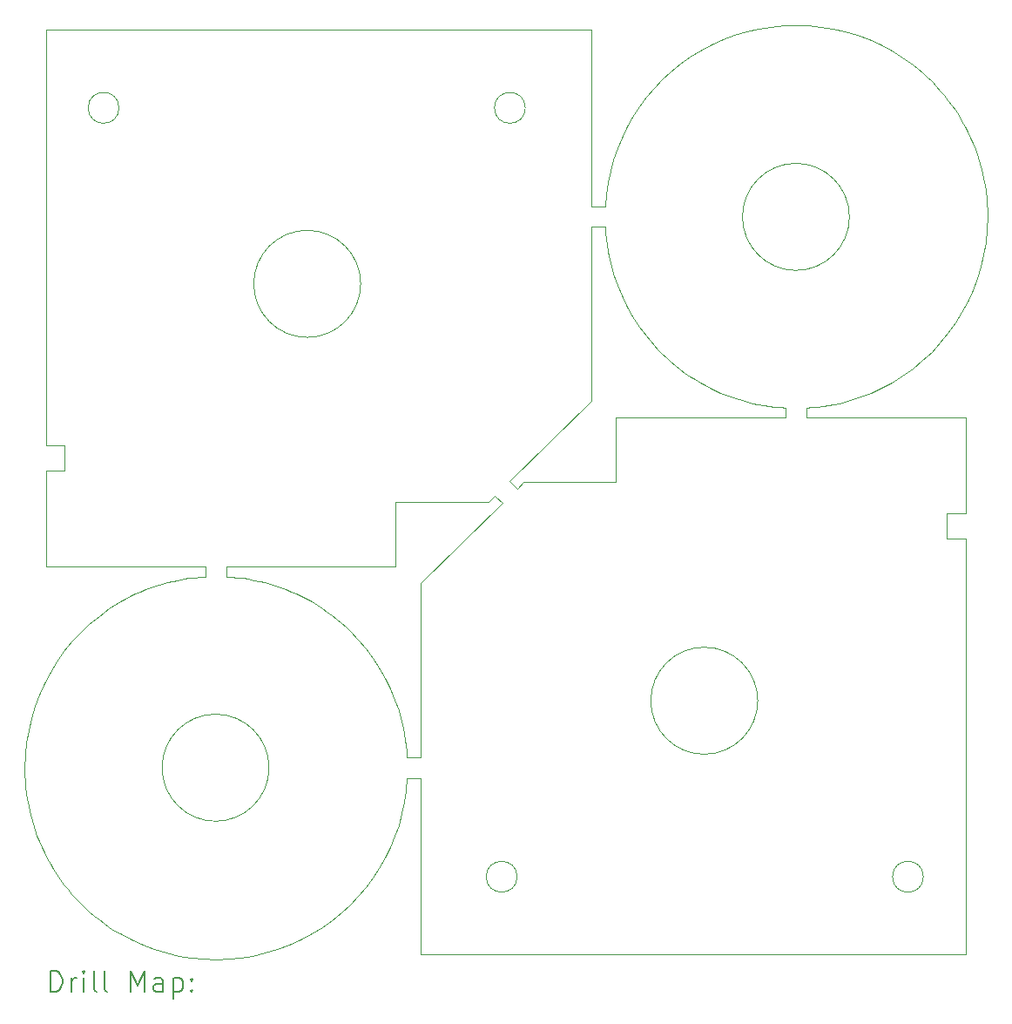
<source format=gbr>
%FSLAX45Y45*%
G04 Gerber Fmt 4.5, Leading zero omitted, Abs format (unit mm)*
G04 Created by KiCad (PCBNEW (6.0.1)) date 2022-09-01 16:14:09*
%MOMM*%
%LPD*%
G01*
G04 APERTURE LIST*
%TA.AperFunction,Profile*%
%ADD10C,0.013352*%
%TD*%
%TA.AperFunction,Profile*%
%ADD11C,0.100000*%
%TD*%
%ADD12C,0.200000*%
G04 APERTURE END LIST*
D10*
X13076883Y-7566645D02*
X13148706Y-7638467D01*
X13148706Y-7638467D02*
X13209739Y-7578462D01*
X13209739Y-7578462D02*
X14111433Y-7578462D01*
X14111433Y-7578462D02*
X14111433Y-6947686D01*
X14111433Y-6947686D02*
X15759802Y-6947686D01*
X15759802Y-6947686D02*
X15759802Y-6853939D01*
X15759802Y-6853939D02*
X15705829Y-6850289D01*
X15705829Y-6850289D02*
X15651958Y-6845084D01*
X15651958Y-6845084D02*
X15598225Y-6838326D01*
X15598225Y-6838326D02*
X15544666Y-6830014D01*
X15544666Y-6830014D02*
X15491315Y-6820148D01*
X15491315Y-6820148D02*
X15438210Y-6808727D01*
X15438210Y-6808727D02*
X15385384Y-6795752D01*
X15385384Y-6795752D02*
X15332875Y-6781223D01*
X15332875Y-6781223D02*
X15280717Y-6765139D01*
X15280717Y-6765139D02*
X15228947Y-6747500D01*
X15228947Y-6747500D02*
X15177600Y-6728306D01*
X15177600Y-6728306D02*
X15126712Y-6707557D01*
X15126712Y-6707557D02*
X15076318Y-6685252D01*
X15076318Y-6685252D02*
X15026454Y-6661392D01*
X15026454Y-6661392D02*
X14977157Y-6635976D01*
X14977157Y-6635976D02*
X14928460Y-6609005D01*
X14928460Y-6609005D02*
X14877800Y-6578499D01*
X14877800Y-6578499D02*
X14828345Y-6546553D01*
X14828345Y-6546553D02*
X14780116Y-6513202D01*
X14780116Y-6513202D02*
X14733132Y-6478481D01*
X14733132Y-6478481D02*
X14687414Y-6442428D01*
X14687414Y-6442428D02*
X14642981Y-6405078D01*
X14642981Y-6405078D02*
X14599853Y-6366466D01*
X14599853Y-6366466D02*
X14558050Y-6326629D01*
X14558050Y-6326629D02*
X14517592Y-6285602D01*
X14517592Y-6285602D02*
X14478499Y-6243422D01*
X14478499Y-6243422D02*
X14404487Y-6155742D01*
X14404487Y-6155742D02*
X14336174Y-6063878D01*
X14336174Y-6063878D02*
X14273718Y-5968116D01*
X14273718Y-5968116D02*
X14217280Y-5868743D01*
X14217280Y-5868743D02*
X14167017Y-5766045D01*
X14167017Y-5766045D02*
X14123089Y-5660310D01*
X14123089Y-5660310D02*
X14085656Y-5551824D01*
X14085656Y-5551824D02*
X14054877Y-5440874D01*
X14054877Y-5440874D02*
X14042032Y-5384565D01*
X14042032Y-5384565D02*
X14030911Y-5327747D01*
X14030911Y-5327747D02*
X14021532Y-5270457D01*
X14021532Y-5270457D02*
X14013916Y-5212730D01*
X14013916Y-5212730D02*
X14008084Y-5154602D01*
X14008084Y-5154602D02*
X14004054Y-5096109D01*
X14004054Y-5096109D02*
X13870130Y-5096109D01*
X13870130Y-5096109D02*
X13870130Y-6786804D01*
X13870130Y-6786804D02*
X13076870Y-7566632D01*
X13076870Y-7566632D02*
X13076872Y-7566634D01*
X13076872Y-7566634D02*
X13076873Y-7566635D01*
X13076873Y-7566635D02*
X13076877Y-7566639D01*
X13076877Y-7566639D02*
X13076880Y-7566642D01*
X13076880Y-7566642D02*
X13076883Y-7566645D01*
X13076883Y-7566645D02*
X13076883Y-7566645D01*
D11*
X11630000Y-5650000D02*
G75*
G03*
X11630000Y-5650000I-520000J0D01*
G01*
X10738905Y-10350686D02*
G75*
G03*
X10738905Y-10350686I-520000J0D01*
G01*
X17100000Y-11410000D02*
G75*
G03*
X17100000Y-11410000I-150000J0D01*
G01*
D10*
X13006076Y-7778680D02*
X12934254Y-7706858D01*
X12934254Y-7706858D02*
X12871084Y-7768959D01*
X12871084Y-7768959D02*
X11969376Y-7768959D01*
X11969376Y-7768959D02*
X11969376Y-8399722D01*
X11969376Y-8399722D02*
X10321021Y-8399722D01*
X10321021Y-8399722D02*
X10321021Y-8493469D01*
X10321021Y-8493469D02*
X10374994Y-8497122D01*
X10374994Y-8497122D02*
X10428864Y-8502328D01*
X10428864Y-8502328D02*
X10482597Y-8509087D01*
X10482597Y-8509087D02*
X10536157Y-8517400D01*
X10536157Y-8517400D02*
X10589507Y-8527267D01*
X10589507Y-8527267D02*
X10642612Y-8538687D01*
X10642612Y-8538687D02*
X10695437Y-8551662D01*
X10695437Y-8551662D02*
X10747946Y-8566190D01*
X10747946Y-8566190D02*
X10800103Y-8582274D01*
X10800103Y-8582274D02*
X10851872Y-8599912D01*
X10851872Y-8599912D02*
X10903218Y-8619105D01*
X10903218Y-8619105D02*
X10954105Y-8639854D01*
X10954105Y-8639854D02*
X11004497Y-8662157D01*
X11004497Y-8662157D02*
X11054359Y-8686017D01*
X11054359Y-8686017D02*
X11103655Y-8711432D01*
X11103655Y-8711432D02*
X11152349Y-8738403D01*
X11152349Y-8738403D02*
X11203020Y-8768909D01*
X11203020Y-8768909D02*
X11252507Y-8800856D01*
X11252507Y-8800856D02*
X11300787Y-8834207D01*
X11300787Y-8834207D02*
X11347841Y-8868927D01*
X11347841Y-8868927D02*
X11393646Y-8904980D01*
X11393646Y-8904980D02*
X11438182Y-8942331D01*
X11438182Y-8942331D02*
X11481427Y-8980942D01*
X11481427Y-8980942D02*
X11523360Y-9020779D01*
X11523360Y-9020779D02*
X11603204Y-9103987D01*
X11603204Y-9103987D02*
X11677546Y-9191666D01*
X11677546Y-9191666D02*
X11746215Y-9283530D01*
X11746215Y-9283530D02*
X11809042Y-9379292D01*
X11809042Y-9379292D02*
X11865856Y-9478666D01*
X11865856Y-9478666D02*
X11916488Y-9581363D01*
X11916488Y-9581363D02*
X11960769Y-9687099D01*
X11960769Y-9687099D02*
X11998527Y-9795585D01*
X11998527Y-9795585D02*
X12029594Y-9906535D01*
X12029594Y-9906535D02*
X12042565Y-9962844D01*
X12042565Y-9962844D02*
X12053800Y-10019662D01*
X12053800Y-10019662D02*
X12063277Y-10076952D01*
X12063277Y-10076952D02*
X12070974Y-10134679D01*
X12070974Y-10134679D02*
X12076872Y-10192807D01*
X12076872Y-10192807D02*
X12080948Y-10251299D01*
X12080948Y-10251299D02*
X12210679Y-10251299D01*
X12210679Y-10251299D02*
X12210679Y-8560604D01*
X12210679Y-8560604D02*
X13006076Y-7778693D01*
X13006076Y-7778693D02*
X13006076Y-7778692D01*
X13006076Y-7778692D02*
X13006076Y-7778690D01*
X13006076Y-7778690D02*
X13006076Y-7778688D01*
X13006076Y-7778688D02*
X13006076Y-7778687D01*
X13006076Y-7778687D02*
X13006076Y-7778683D01*
X13006076Y-7778683D02*
X13006076Y-7778680D01*
X13006076Y-7778680D02*
X13006076Y-7778680D01*
D11*
X9280000Y-3940000D02*
G75*
G03*
X9280000Y-3940000I-150000J0D01*
G01*
X17510810Y-8124558D02*
X17510810Y-12167395D01*
X17510810Y-12167395D02*
X12210666Y-12167395D01*
X12210666Y-12167395D02*
X12210666Y-10451290D01*
X12210666Y-10451290D02*
X12080935Y-10451290D01*
X12080935Y-10451290D02*
X12070961Y-10567913D01*
X12070961Y-10567913D02*
X12053786Y-10682932D01*
X12053786Y-10682932D02*
X12029580Y-10796060D01*
X12029580Y-10796060D02*
X11998512Y-10907011D01*
X11998512Y-10907011D02*
X11960753Y-11015497D01*
X11960753Y-11015497D02*
X11916472Y-11121232D01*
X11916472Y-11121232D02*
X11865839Y-11223930D01*
X11865839Y-11223930D02*
X11809024Y-11323303D01*
X11809024Y-11323303D02*
X11746196Y-11419064D01*
X11746196Y-11419064D02*
X11677527Y-11510927D01*
X11677527Y-11510927D02*
X11603185Y-11598606D01*
X11603185Y-11598606D02*
X11523341Y-11681813D01*
X11523341Y-11681813D02*
X11438164Y-11760261D01*
X11438164Y-11760261D02*
X11347824Y-11833664D01*
X11347824Y-11833664D02*
X11252491Y-11901735D01*
X11252491Y-11901735D02*
X11152336Y-11964187D01*
X11152336Y-11964187D02*
X11042866Y-12022230D01*
X11042866Y-12022230D02*
X10930617Y-12072534D01*
X10930617Y-12072534D02*
X10815987Y-12115099D01*
X10815987Y-12115099D02*
X10699372Y-12149925D01*
X10699372Y-12149925D02*
X10581170Y-12177012D01*
X10581170Y-12177012D02*
X10461776Y-12196360D01*
X10461776Y-12196360D02*
X10341589Y-12207969D01*
X10341589Y-12207969D02*
X10221004Y-12211838D01*
X10221004Y-12211838D02*
X10100419Y-12207969D01*
X10100419Y-12207969D02*
X9980231Y-12196360D01*
X9980231Y-12196360D02*
X9860837Y-12177012D01*
X9860837Y-12177012D02*
X9742633Y-12149925D01*
X9742633Y-12149925D02*
X9626017Y-12115099D01*
X9626017Y-12115099D02*
X9511385Y-12072534D01*
X9511385Y-12072534D02*
X9399135Y-12022230D01*
X9399135Y-12022230D02*
X9289663Y-11964187D01*
X9289663Y-11964187D02*
X9236349Y-11932022D01*
X9236349Y-11932022D02*
X9184374Y-11898262D01*
X9184374Y-11898262D02*
X9133760Y-11862948D01*
X9133760Y-11862948D02*
X9084530Y-11826123D01*
X9084530Y-11826123D02*
X9036708Y-11787828D01*
X9036708Y-11787828D02*
X8990316Y-11748106D01*
X8990316Y-11748106D02*
X8945379Y-11706997D01*
X8945379Y-11706997D02*
X8901919Y-11664545D01*
X8901919Y-11664545D02*
X8859959Y-11620790D01*
X8859959Y-11620790D02*
X8819524Y-11575775D01*
X8819524Y-11575775D02*
X8780635Y-11529541D01*
X8780635Y-11529541D02*
X8743317Y-11482131D01*
X8743317Y-11482131D02*
X8707593Y-11433586D01*
X8707593Y-11433586D02*
X8673485Y-11383947D01*
X8673485Y-11383947D02*
X8641018Y-11333258D01*
X8641018Y-11333258D02*
X8610214Y-11281560D01*
X8610214Y-11281560D02*
X8581097Y-11228894D01*
X8581097Y-11228894D02*
X8553689Y-11175302D01*
X8553689Y-11175302D02*
X8528015Y-11120827D01*
X8528015Y-11120827D02*
X8504098Y-11065510D01*
X8504098Y-11065510D02*
X8481960Y-11009393D01*
X8481960Y-11009393D02*
X8461625Y-10952519D01*
X8461625Y-10952519D02*
X8443116Y-10894927D01*
X8443116Y-10894927D02*
X8426457Y-10836662D01*
X8426457Y-10836662D02*
X8411671Y-10777763D01*
X8411671Y-10777763D02*
X8398781Y-10718275D01*
X8398781Y-10718275D02*
X8387810Y-10658237D01*
X8387810Y-10658237D02*
X8378781Y-10597692D01*
X8378781Y-10597692D02*
X8371719Y-10536683D01*
X8371719Y-10536683D02*
X8366645Y-10475249D01*
X8366645Y-10475249D02*
X8363584Y-10413435D01*
X8363584Y-10413435D02*
X8362559Y-10351281D01*
X8362559Y-10351281D02*
X8366645Y-10227315D01*
X8366645Y-10227315D02*
X8378781Y-10104874D01*
X8378781Y-10104874D02*
X8398780Y-9984293D01*
X8398780Y-9984293D02*
X8426455Y-9865906D01*
X8426455Y-9865906D02*
X8461622Y-9750050D01*
X8461622Y-9750050D02*
X8504094Y-9637058D01*
X8504094Y-9637058D02*
X8553685Y-9527266D01*
X8553685Y-9527266D02*
X8610209Y-9421008D01*
X8610209Y-9421008D02*
X8673480Y-9318619D01*
X8673480Y-9318619D02*
X8743311Y-9220435D01*
X8743311Y-9220435D02*
X8819518Y-9126791D01*
X8819518Y-9126791D02*
X8901913Y-9038020D01*
X8901913Y-9038020D02*
X8990311Y-8954458D01*
X8990311Y-8954458D02*
X9084526Y-8876441D01*
X9084526Y-8876441D02*
X9184372Y-8804302D01*
X9184372Y-8804302D02*
X9289663Y-8738377D01*
X9289663Y-8738377D02*
X9338359Y-8711407D01*
X9338359Y-8711407D02*
X9387657Y-8685993D01*
X9387657Y-8685993D02*
X9437520Y-8662134D01*
X9437520Y-8662134D02*
X9487914Y-8639831D01*
X9487914Y-8639831D02*
X9538802Y-8619082D01*
X9538802Y-8619082D02*
X9590149Y-8599888D01*
X9590149Y-8599888D02*
X9641920Y-8582248D01*
X9641920Y-8582248D02*
X9694077Y-8566164D01*
X9694077Y-8566164D02*
X9746586Y-8551633D01*
X9746586Y-8551633D02*
X9799412Y-8538658D01*
X9799412Y-8538658D02*
X9852517Y-8527237D01*
X9852517Y-8527237D02*
X9905868Y-8517369D01*
X9905868Y-8517369D02*
X9959427Y-8509057D01*
X9959427Y-8509057D02*
X10013160Y-8502298D01*
X10013160Y-8502298D02*
X10067031Y-8497093D01*
X10067031Y-8497093D02*
X10121004Y-8493442D01*
X10121004Y-8493442D02*
X10121004Y-8399696D01*
X10121004Y-8399696D02*
X8570000Y-8399696D01*
X8570000Y-8399696D02*
X8570000Y-7464140D01*
X8570000Y-7464140D02*
X8752032Y-7464140D01*
X8752032Y-7464140D02*
X8752032Y-7222837D01*
X8752032Y-7222837D02*
X8570000Y-7222837D01*
X8570000Y-7222837D02*
X8570000Y-3180000D01*
X8570000Y-3180000D02*
X13870130Y-3180000D01*
X13870130Y-3180000D02*
X13870130Y-4896105D01*
X13870130Y-4896105D02*
X14004053Y-4896105D01*
X14004053Y-4896105D02*
X14013916Y-4779482D01*
X14013916Y-4779482D02*
X14030910Y-4664464D01*
X14030910Y-4664464D02*
X14054876Y-4551336D01*
X14054876Y-4551336D02*
X14085656Y-4440386D01*
X14085656Y-4440386D02*
X14123089Y-4331901D01*
X14123089Y-4331901D02*
X14167016Y-4226166D01*
X14167016Y-4226166D02*
X14217279Y-4123470D01*
X14217279Y-4123470D02*
X14273718Y-4024097D01*
X14273718Y-4024097D02*
X14336174Y-3928337D01*
X14336174Y-3928337D02*
X14404487Y-3836474D01*
X14404487Y-3836474D02*
X14478499Y-3748795D01*
X14478499Y-3748795D02*
X14558050Y-3665588D01*
X14558050Y-3665588D02*
X14642980Y-3587139D01*
X14642980Y-3587139D02*
X14733132Y-3513735D01*
X14733132Y-3513735D02*
X14828344Y-3445663D01*
X14828344Y-3445663D02*
X14928459Y-3383209D01*
X14928459Y-3383209D02*
X15037932Y-3325165D01*
X15037932Y-3325165D02*
X15150182Y-3274861D01*
X15150182Y-3274861D02*
X15264813Y-3232296D01*
X15264813Y-3232296D02*
X15381428Y-3197470D01*
X15381428Y-3197470D02*
X15499631Y-3170383D01*
X15499631Y-3170383D02*
X15619025Y-3151035D01*
X15619025Y-3151035D02*
X15739212Y-3139426D01*
X15739212Y-3139426D02*
X15859796Y-3135557D01*
X15859796Y-3135557D02*
X15980380Y-3139426D01*
X15980380Y-3139426D02*
X16100567Y-3151035D01*
X16100567Y-3151035D02*
X16219961Y-3170383D01*
X16219961Y-3170383D02*
X16338164Y-3197470D01*
X16338164Y-3197470D02*
X16454779Y-3232296D01*
X16454779Y-3232296D02*
X16569410Y-3274861D01*
X16569410Y-3274861D02*
X16681661Y-3325165D01*
X16681661Y-3325165D02*
X16791133Y-3383209D01*
X16791133Y-3383209D02*
X16844458Y-3415373D01*
X16844458Y-3415373D02*
X16896469Y-3449134D01*
X16896469Y-3449134D02*
X16947140Y-3484447D01*
X16947140Y-3484447D02*
X16996447Y-3521272D01*
X16996447Y-3521272D02*
X17044365Y-3559567D01*
X17044365Y-3559567D02*
X17090870Y-3599289D01*
X17090870Y-3599289D02*
X17135935Y-3640398D01*
X17135935Y-3640398D02*
X17179538Y-3682850D01*
X17179538Y-3682850D02*
X17221652Y-3726605D01*
X17221652Y-3726605D02*
X17262253Y-3771620D01*
X17262253Y-3771620D02*
X17301317Y-3817854D01*
X17301317Y-3817854D02*
X17338817Y-3865264D01*
X17338817Y-3865264D02*
X17374731Y-3913809D01*
X17374731Y-3913809D02*
X17409032Y-3963447D01*
X17409032Y-3963447D02*
X17441696Y-4014137D01*
X17441696Y-4014137D02*
X17472698Y-4065835D01*
X17472698Y-4065835D02*
X17502013Y-4118501D01*
X17502013Y-4118501D02*
X17529617Y-4172092D01*
X17529617Y-4172092D02*
X17555484Y-4226567D01*
X17555484Y-4226567D02*
X17579591Y-4281884D01*
X17579591Y-4281884D02*
X17601911Y-4338001D01*
X17601911Y-4338001D02*
X17622421Y-4394876D01*
X17622421Y-4394876D02*
X17641095Y-4452467D01*
X17641095Y-4452467D02*
X17657909Y-4510733D01*
X17657909Y-4510733D02*
X17672838Y-4569631D01*
X17672838Y-4569631D02*
X17685856Y-4629120D01*
X17685856Y-4629120D02*
X17696940Y-4689158D01*
X17696940Y-4689158D02*
X17706064Y-4749702D01*
X17706064Y-4749702D02*
X17713204Y-4810712D01*
X17713204Y-4810712D02*
X17718335Y-4872145D01*
X17718335Y-4872145D02*
X17721431Y-4933959D01*
X17721431Y-4933959D02*
X17722469Y-4996113D01*
X17722469Y-4996113D02*
X17718335Y-5120082D01*
X17718335Y-5120082D02*
X17706065Y-5242525D01*
X17706065Y-5242525D02*
X17685857Y-5363107D01*
X17685857Y-5363107D02*
X17657911Y-5481494D01*
X17657911Y-5481494D02*
X17622424Y-5597351D01*
X17622424Y-5597351D02*
X17579594Y-5710342D01*
X17579594Y-5710342D02*
X17529621Y-5820134D01*
X17529621Y-5820134D02*
X17472702Y-5926392D01*
X17472702Y-5926392D02*
X17409037Y-6028779D01*
X17409037Y-6028779D02*
X17338823Y-6126963D01*
X17338823Y-6126963D02*
X17262259Y-6220607D01*
X17262259Y-6220607D02*
X17179543Y-6309376D01*
X17179543Y-6309376D02*
X17090874Y-6392937D01*
X17090874Y-6392937D02*
X16996451Y-6470955D01*
X16996451Y-6470955D02*
X16896471Y-6543093D01*
X16896471Y-6543093D02*
X16791133Y-6609018D01*
X16791133Y-6609018D02*
X16742439Y-6635987D01*
X16742439Y-6635987D02*
X16693143Y-6661401D01*
X16693143Y-6661401D02*
X16643281Y-6685259D01*
X16643281Y-6685259D02*
X16592889Y-6707562D01*
X16592889Y-6707562D02*
X16542002Y-6728310D01*
X16542002Y-6728310D02*
X16490656Y-6747504D01*
X16490656Y-6747504D02*
X16438887Y-6765142D01*
X16438887Y-6765142D02*
X16386730Y-6781226D01*
X16386730Y-6781226D02*
X16334221Y-6795756D01*
X16334221Y-6795756D02*
X16281396Y-6808731D01*
X16281396Y-6808731D02*
X16228290Y-6820152D01*
X16228290Y-6820152D02*
X16174940Y-6830019D01*
X16174940Y-6830019D02*
X16121381Y-6838333D01*
X16121381Y-6838333D02*
X16067648Y-6845093D01*
X16067648Y-6845093D02*
X16013777Y-6850299D01*
X16013777Y-6850299D02*
X15959805Y-6853952D01*
X15959805Y-6853952D02*
X15959805Y-6947699D01*
X15959805Y-6947699D02*
X17510809Y-6947699D01*
X17510809Y-6947699D02*
X17510809Y-7883268D01*
X17510809Y-7883268D02*
X17328764Y-7883268D01*
X17328764Y-7883268D02*
X17328764Y-8124571D01*
X17328764Y-8124571D02*
X17510809Y-8124571D01*
X17510809Y-8124571D02*
X17510810Y-8124558D01*
X17510810Y-8124558D02*
X17510810Y-8124558D01*
X13230000Y-3940000D02*
G75*
G03*
X13230000Y-3940000I-150000J0D01*
G01*
X16381095Y-4999314D02*
G75*
G03*
X16381095Y-4999314I-520000J0D01*
G01*
X13150000Y-11410000D02*
G75*
G03*
X13150000Y-11410000I-150000J0D01*
G01*
X15490000Y-9700000D02*
G75*
G03*
X15490000Y-9700000I-520000J0D01*
G01*
D12*
X8615178Y-12527314D02*
X8615178Y-12327314D01*
X8662797Y-12327314D01*
X8691368Y-12336838D01*
X8710416Y-12355886D01*
X8719940Y-12374933D01*
X8729463Y-12413029D01*
X8729463Y-12441600D01*
X8719940Y-12479695D01*
X8710416Y-12498743D01*
X8691368Y-12517790D01*
X8662797Y-12527314D01*
X8615178Y-12527314D01*
X8815178Y-12527314D02*
X8815178Y-12393981D01*
X8815178Y-12432076D02*
X8824701Y-12413029D01*
X8834225Y-12403505D01*
X8853273Y-12393981D01*
X8872321Y-12393981D01*
X8938987Y-12527314D02*
X8938987Y-12393981D01*
X8938987Y-12327314D02*
X8929463Y-12336838D01*
X8938987Y-12346362D01*
X8948511Y-12336838D01*
X8938987Y-12327314D01*
X8938987Y-12346362D01*
X9062797Y-12527314D02*
X9043749Y-12517790D01*
X9034225Y-12498743D01*
X9034225Y-12327314D01*
X9167559Y-12527314D02*
X9148511Y-12517790D01*
X9138987Y-12498743D01*
X9138987Y-12327314D01*
X9396130Y-12527314D02*
X9396130Y-12327314D01*
X9462797Y-12470171D01*
X9529463Y-12327314D01*
X9529463Y-12527314D01*
X9710416Y-12527314D02*
X9710416Y-12422552D01*
X9700892Y-12403505D01*
X9681844Y-12393981D01*
X9643749Y-12393981D01*
X9624701Y-12403505D01*
X9710416Y-12517790D02*
X9691368Y-12527314D01*
X9643749Y-12527314D01*
X9624701Y-12517790D01*
X9615178Y-12498743D01*
X9615178Y-12479695D01*
X9624701Y-12460648D01*
X9643749Y-12451124D01*
X9691368Y-12451124D01*
X9710416Y-12441600D01*
X9805654Y-12393981D02*
X9805654Y-12593981D01*
X9805654Y-12403505D02*
X9824701Y-12393981D01*
X9862797Y-12393981D01*
X9881844Y-12403505D01*
X9891368Y-12413029D01*
X9900892Y-12432076D01*
X9900892Y-12489219D01*
X9891368Y-12508267D01*
X9881844Y-12517790D01*
X9862797Y-12527314D01*
X9824701Y-12527314D01*
X9805654Y-12517790D01*
X9986606Y-12508267D02*
X9996130Y-12517790D01*
X9986606Y-12527314D01*
X9977082Y-12517790D01*
X9986606Y-12508267D01*
X9986606Y-12527314D01*
X9986606Y-12403505D02*
X9996130Y-12413029D01*
X9986606Y-12422552D01*
X9977082Y-12413029D01*
X9986606Y-12403505D01*
X9986606Y-12422552D01*
M02*

</source>
